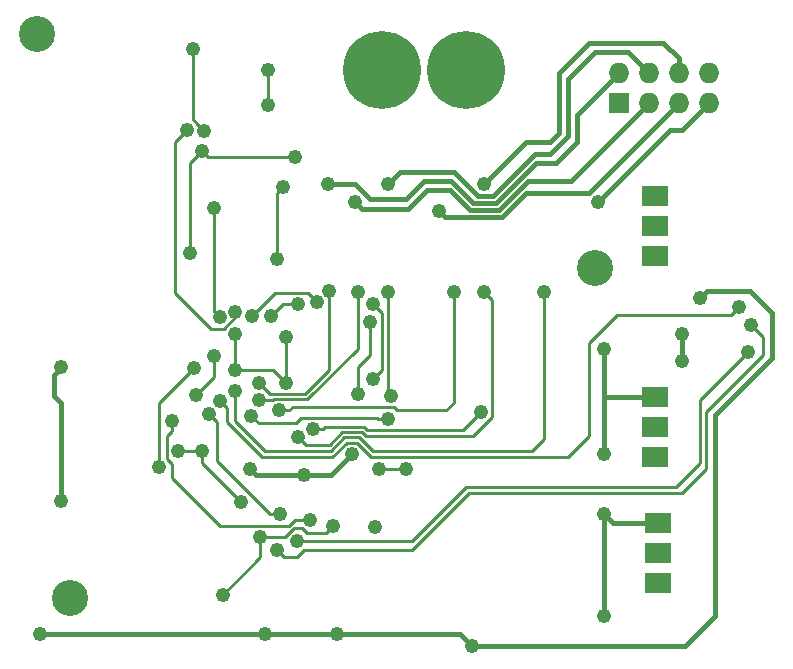
<source format=gbl>
G04 #@! TF.FileFunction,Copper,L2,Bot,Signal*
%FSLAX46Y46*%
G04 Gerber Fmt 4.6, Leading zero omitted, Abs format (unit mm)*
G04 Created by KiCad (PCBNEW 4.0.6) date 06/24/17 11:55:09*
%MOMM*%
%LPD*%
G01*
G04 APERTURE LIST*
%ADD10C,0.100000*%
%ADD11C,3.048000*%
%ADD12R,2.286000X1.778000*%
%ADD13R,1.727200X1.727200*%
%ADD14O,1.727200X1.727200*%
%ADD15C,6.604000*%
%ADD16C,1.219200*%
%ADD17C,0.254000*%
%ADD18C,0.406400*%
G04 APERTURE END LIST*
D10*
D11*
X5842000Y-50546000D03*
X50292000Y-22606000D03*
D12*
X55372000Y-21590000D03*
X55372000Y-19050000D03*
X55372000Y-16510000D03*
D13*
X52324000Y-8636000D03*
D14*
X52324000Y-6096000D03*
X54864000Y-8636000D03*
X54864000Y-6096000D03*
X57404000Y-8636000D03*
X57404000Y-6096000D03*
X59944000Y-8636000D03*
X59944000Y-6096000D03*
D15*
X39395400Y-5842000D03*
X32232600Y-5842000D03*
D12*
X55372000Y-38608000D03*
X55372000Y-36068000D03*
X55372000Y-33528000D03*
X55626000Y-49276000D03*
X55626000Y-46736000D03*
X55626000Y-44196000D03*
D11*
X3048000Y-2794000D03*
D16*
X19844875Y-31268218D03*
X24130000Y-32334190D03*
X19812000Y-28194000D03*
X24130000Y-28448000D03*
X29718000Y-38354000D03*
X21082000Y-39624000D03*
X25654000Y-40132000D03*
X25146000Y-25654000D03*
X22860000Y-26670000D03*
X57658000Y-30480000D03*
X57658000Y-28194000D03*
X22606000Y-5842000D03*
X22606000Y-8834198D03*
X28117810Y-44485560D03*
X20320000Y-42418000D03*
X18796000Y-50292000D03*
X17018000Y-38100000D03*
X14986000Y-38100000D03*
X21977021Y-45389810D03*
X23876000Y-15748000D03*
X23368000Y-21844000D03*
X3302000Y-53594000D03*
X5080000Y-42366000D03*
X5074919Y-31031181D03*
X39878000Y-54610000D03*
X28448000Y-53594000D03*
X22352000Y-53594000D03*
X59182000Y-25146000D03*
X51054000Y-38354000D03*
X51054000Y-29464000D03*
X51054000Y-52070000D03*
X51054000Y-43434000D03*
X50546000Y-17018000D03*
X37084000Y-17780000D03*
X29972000Y-17018000D03*
X40894000Y-15494000D03*
X32766000Y-15494000D03*
X27686000Y-15494000D03*
X18509643Y-26804011D03*
X18034000Y-17526000D03*
X16002000Y-21336000D03*
X17018000Y-12700000D03*
X24892000Y-13208000D03*
X19854940Y-26341807D03*
X15748000Y-10922000D03*
X45974000Y-24638000D03*
X19833247Y-33041247D03*
X27794249Y-24536557D03*
X21844000Y-32359587D03*
X30226000Y-24638000D03*
X21844000Y-33782000D03*
X32990452Y-33483549D03*
X32773094Y-35363160D03*
X32766000Y-24638000D03*
X21208543Y-35121300D03*
X38354000Y-24638000D03*
X23557889Y-34672999D03*
X25182897Y-36954832D03*
X40894000Y-24638000D03*
X26416000Y-36245810D03*
X40640000Y-34798000D03*
X25062477Y-45747208D03*
X63246000Y-29718000D03*
X23368000Y-46482000D03*
X63500000Y-27432000D03*
X16374480Y-31049453D03*
X13370584Y-39458395D03*
X18059943Y-30026304D03*
X16540483Y-33401021D03*
X17224097Y-10993391D03*
X16256000Y-4064000D03*
X62484000Y-25908000D03*
X18530297Y-33839509D03*
X17650723Y-35005912D03*
X23622000Y-43434000D03*
X14478000Y-35560000D03*
X26162000Y-43942000D03*
X31667721Y-44559592D03*
X31242000Y-27178000D03*
X30226000Y-33274000D03*
X26769258Y-25522787D03*
X21261358Y-26679246D03*
X31496000Y-25654000D03*
X31496000Y-32004000D03*
X32004000Y-39624000D03*
X34290000Y-39624000D03*
D17*
X19812000Y-31235343D02*
X19844875Y-31268218D01*
X19812000Y-28194000D02*
X19812000Y-31235343D01*
X20706979Y-31268218D02*
X19844875Y-31268218D01*
X23064028Y-31268218D02*
X20706979Y-31268218D01*
X24130000Y-32334190D02*
X23064028Y-31268218D01*
X24130000Y-28448000D02*
X24130000Y-32334190D01*
D18*
X27940000Y-40132000D02*
X29718000Y-38354000D01*
X25654000Y-40132000D02*
X27940000Y-40132000D01*
X21590000Y-40132000D02*
X21082000Y-39624000D01*
X25654000Y-40132000D02*
X21590000Y-40132000D01*
D17*
X22860000Y-26670000D02*
X23876000Y-25654000D01*
X23876000Y-25654000D02*
X25146000Y-25654000D01*
D18*
X57658000Y-28194000D02*
X57658000Y-30480000D01*
D17*
X22606000Y-8834198D02*
X22606000Y-5842000D01*
X25924253Y-45095159D02*
X27508211Y-45095159D01*
X24090782Y-45389810D02*
X24827381Y-44653211D01*
X25482305Y-44653211D02*
X25924253Y-45095159D01*
X24827381Y-44653211D02*
X25482305Y-44653211D01*
X21977021Y-45389810D02*
X24090782Y-45389810D01*
X27508211Y-45095159D02*
X28117810Y-44485560D01*
X21891739Y-45475092D02*
X21977021Y-45389810D01*
X17018000Y-38100000D02*
X17018000Y-39116000D01*
X17018000Y-39116000D02*
X20320000Y-42418000D01*
X21977021Y-45389810D02*
X21977021Y-47110979D01*
X21977021Y-47110979D02*
X18796000Y-50292000D01*
X14986000Y-38100000D02*
X16764000Y-38100000D01*
X16764000Y-38354000D02*
X17018000Y-38100000D01*
X23368000Y-21844000D02*
X23368000Y-16256000D01*
X23368000Y-16256000D02*
X23876000Y-15748000D01*
D18*
X28448000Y-53594000D02*
X38862000Y-53594000D01*
X38862000Y-53594000D02*
X39878000Y-54610000D01*
X22352000Y-53594000D02*
X28448000Y-53594000D01*
X59182000Y-25146000D02*
X59791599Y-24536401D01*
X59791599Y-24536401D02*
X63398401Y-24536401D01*
X63398401Y-24536401D02*
X65278000Y-26416000D01*
X65278000Y-30226000D02*
X60452000Y-35052000D01*
X60452000Y-52070000D02*
X57912000Y-54610000D01*
X65278000Y-26416000D02*
X65278000Y-30226000D01*
X60452000Y-35052000D02*
X60452000Y-52070000D01*
X57912000Y-54610000D02*
X39878000Y-54610000D01*
X21489896Y-53594000D02*
X3302000Y-53594000D01*
X22352000Y-53594000D02*
X21489896Y-53594000D01*
X5080000Y-34036000D02*
X5080000Y-42366000D01*
X4465320Y-33421320D02*
X5080000Y-34036000D01*
X5074919Y-31031181D02*
X4465320Y-31640780D01*
X4465320Y-31640780D02*
X4465320Y-33421320D01*
X51054000Y-29464000D02*
X51054000Y-33528000D01*
X51054000Y-33528000D02*
X51054000Y-38354000D01*
X55372000Y-33528000D02*
X53822600Y-33528000D01*
X53822600Y-33528000D02*
X51054000Y-33528000D01*
X55626000Y-44196000D02*
X51816000Y-44196000D01*
X51816000Y-44196000D02*
X51054000Y-43434000D01*
X51054000Y-43434000D02*
X51054000Y-52070000D01*
X50546000Y-17018000D02*
X56642000Y-10922000D01*
X56642000Y-10922000D02*
X57658000Y-10922000D01*
X57658000Y-10922000D02*
X59944000Y-8636000D01*
X38863486Y-18338833D02*
X37642833Y-18338833D01*
X37642833Y-18338833D02*
X37084000Y-17780000D01*
X57404000Y-8636000D02*
X49784000Y-16256000D01*
X42393207Y-18338833D02*
X38863486Y-18338833D01*
X44476040Y-16256000D02*
X42393207Y-18338833D01*
X49784000Y-16256000D02*
X44476040Y-16256000D01*
X48260000Y-15240000D02*
X54000401Y-9499599D01*
X44629924Y-15240000D02*
X48260000Y-15240000D01*
X42140699Y-17729223D02*
X44629924Y-15240000D01*
X39727103Y-17729223D02*
X42140699Y-17729223D01*
X37999880Y-16002000D02*
X39727103Y-17729223D01*
X36068000Y-16002000D02*
X37999880Y-16002000D01*
X34442401Y-17627599D02*
X36068000Y-16002000D01*
X30581599Y-17627599D02*
X34442401Y-17627599D01*
X29972000Y-17018000D02*
X30581599Y-17627599D01*
X54000401Y-9499599D02*
X54864000Y-8636000D01*
X40894000Y-15494000D02*
X44450000Y-11938000D01*
X44450000Y-11938000D02*
X46482000Y-11938000D01*
X56085314Y-3556000D02*
X57404000Y-4874686D01*
X46482000Y-11938000D02*
X47244000Y-11176000D01*
X47244000Y-11176000D02*
X47244000Y-6096000D01*
X47244000Y-6096000D02*
X49784000Y-3556000D01*
X57404000Y-4874686D02*
X57404000Y-6096000D01*
X49784000Y-3556000D02*
X56085314Y-3556000D01*
X54864000Y-6096000D02*
X53086000Y-4318000D01*
X46482000Y-12954000D02*
X45191684Y-12954000D01*
X53086000Y-4318000D02*
X50292000Y-4318000D01*
X48006000Y-11430000D02*
X46482000Y-12954000D01*
X33782000Y-14478000D02*
X32766000Y-15494000D01*
X50292000Y-4318000D02*
X48006000Y-6604000D01*
X48006000Y-6604000D02*
X48006000Y-11430000D01*
X45191684Y-12954000D02*
X41635682Y-16510002D01*
X41635682Y-16510002D02*
X40386002Y-16510002D01*
X40386002Y-16510002D02*
X38354000Y-14478000D01*
X38354000Y-14478000D02*
X33782000Y-14478000D01*
X31242000Y-16764000D02*
X29972000Y-15494000D01*
X29972000Y-15494000D02*
X27686000Y-15494000D01*
X31750000Y-16764000D02*
X31242000Y-16764000D01*
X34290000Y-16764000D02*
X31750000Y-16764000D01*
X34798000Y-16256000D02*
X34290000Y-16764000D01*
X35814000Y-15240000D02*
X34798000Y-16256000D01*
X38100000Y-15240000D02*
X35814000Y-15240000D01*
X39979612Y-17119612D02*
X38100000Y-15240000D01*
X40153808Y-17119612D02*
X39979612Y-17119612D01*
X46990000Y-13716000D02*
X45291804Y-13716000D01*
X41888191Y-17119613D02*
X40153808Y-17119612D01*
X48768000Y-9652000D02*
X48768000Y-11938000D01*
X48768000Y-11938000D02*
X46990000Y-13716000D01*
X52324000Y-6096000D02*
X48768000Y-9652000D01*
X45291804Y-13716000D02*
X41888191Y-17119613D01*
D17*
X18034000Y-26328368D02*
X18509643Y-26804011D01*
X18034000Y-17526000D02*
X18034000Y-26328368D01*
X16002000Y-21336000D02*
X16002000Y-13716000D01*
X16002000Y-13716000D02*
X17018000Y-12700000D01*
X16764000Y-12954000D02*
X17018000Y-12700000D01*
X24892000Y-13208000D02*
X17526000Y-13208000D01*
X17526000Y-13208000D02*
X17018000Y-12700000D01*
X15748000Y-10922000D02*
X14732000Y-11938000D01*
X14732000Y-11938000D02*
X14732000Y-24717684D01*
X17758129Y-27743813D02*
X18915538Y-27743813D01*
X14732000Y-24717684D02*
X17758129Y-27743813D01*
X18915538Y-27743813D02*
X19854940Y-26804411D01*
X19854940Y-26804411D02*
X19854940Y-26341807D01*
X27934499Y-38100000D02*
X29077512Y-36956987D01*
X19833247Y-33903351D02*
X19812000Y-33924598D01*
X19812000Y-35560000D02*
X22352000Y-38100000D01*
X22352000Y-38100000D02*
X27934499Y-38100000D01*
X45974000Y-25500104D02*
X45974000Y-24638000D01*
X45974000Y-37084000D02*
X45974000Y-25500104D01*
X31501501Y-38100000D02*
X44958000Y-38100000D01*
X30358488Y-36956987D02*
X31501501Y-38100000D01*
X19812000Y-33924598D02*
X19812000Y-35560000D01*
X44958000Y-38100000D02*
X45974000Y-37084000D01*
X29077512Y-36956987D02*
X30358488Y-36956987D01*
X19833247Y-33041247D02*
X19833247Y-33903351D01*
X21844000Y-32359587D02*
X22758413Y-33274000D01*
X22758413Y-33274000D02*
X25769408Y-33274000D01*
X25769408Y-33274000D02*
X27794249Y-31249159D01*
X27794249Y-31249159D02*
X27794249Y-25398661D01*
X27794249Y-25398661D02*
X27794249Y-24536557D01*
X25956811Y-33733189D02*
X30226000Y-29464000D01*
X30226000Y-29464000D02*
X30226000Y-24638000D01*
X23099970Y-33733189D02*
X25956811Y-33733189D01*
X21844000Y-33782000D02*
X23051159Y-33782000D01*
X23051159Y-33782000D02*
X23099970Y-33733189D01*
X21818142Y-35730899D02*
X24975101Y-35730899D01*
X31910990Y-35363160D02*
X32773094Y-35363160D01*
X31853830Y-35306000D02*
X31910990Y-35363160D01*
X25400000Y-35306000D02*
X31853830Y-35306000D01*
X21208543Y-35121300D02*
X21818142Y-35730899D01*
X32766000Y-24638000D02*
X32766000Y-33259097D01*
X32766000Y-33259097D02*
X32990452Y-33483549D01*
X24975101Y-35730899D02*
X25400000Y-35306000D01*
X23557889Y-34672999D02*
X24419993Y-34672999D01*
X24726794Y-34366198D02*
X32482195Y-34366198D01*
X32482195Y-34366198D02*
X32539347Y-34423350D01*
X38354000Y-34036000D02*
X38354000Y-25500104D01*
X37717001Y-34672999D02*
X38354000Y-34036000D01*
X33523907Y-34672999D02*
X37717001Y-34672999D01*
X24419993Y-34672999D02*
X24726794Y-34366198D01*
X32539347Y-34423350D02*
X33274258Y-34423350D01*
X38354000Y-25500104D02*
X38354000Y-24638000D01*
X33274258Y-34423350D02*
X33523907Y-34672999D01*
X41579802Y-25323802D02*
X41579802Y-35249106D01*
X25792496Y-37564431D02*
X25182897Y-36954832D01*
X27823475Y-37564431D02*
X25792496Y-37564431D01*
X28888130Y-36499776D02*
X27823475Y-37564431D01*
X30547870Y-36499776D02*
X28888130Y-36499776D01*
X41579802Y-35249106D02*
X39998908Y-36830000D01*
X40894000Y-24638000D02*
X41579802Y-25323802D01*
X30878093Y-36830000D02*
X30547870Y-36499776D01*
X39998908Y-36830000D02*
X30878093Y-36830000D01*
X27278104Y-36245810D02*
X26416000Y-36245810D01*
X27481349Y-36042565D02*
X27278104Y-36245810D01*
X30737252Y-36042565D02*
X27481349Y-36042565D01*
X30997648Y-36302961D02*
X30737252Y-36042565D01*
X39135039Y-36302961D02*
X30997648Y-36302961D01*
X40640000Y-34798000D02*
X39135039Y-36302961D01*
X34770792Y-45747208D02*
X25924581Y-45747208D01*
X25924581Y-45747208D02*
X25062477Y-45747208D01*
X59182000Y-33782000D02*
X59182000Y-39116000D01*
X59182000Y-39116000D02*
X57150000Y-41148000D01*
X57150000Y-41148000D02*
X39370000Y-41148000D01*
X39370000Y-41148000D02*
X34770792Y-45747208D01*
X63246000Y-29718000D02*
X59182000Y-33782000D01*
X64516000Y-28448000D02*
X64516000Y-29972000D01*
X63500000Y-27432000D02*
X64516000Y-28448000D01*
X64516000Y-29972000D02*
X59690000Y-34798000D01*
X59690000Y-34798000D02*
X59690000Y-39624000D01*
X59690000Y-39624000D02*
X57658000Y-41656000D01*
X57658000Y-41656000D02*
X39624000Y-41656000D01*
X39624000Y-41656000D02*
X34798000Y-46482000D01*
X34798000Y-46482000D02*
X25671431Y-46482000D01*
X25671431Y-46482000D02*
X25061832Y-47091599D01*
X25061832Y-47091599D02*
X23977599Y-47091599D01*
X23977599Y-47091599D02*
X23368000Y-46482000D01*
X13370584Y-34053349D02*
X15764881Y-31659052D01*
X15764881Y-31659052D02*
X16374480Y-31049453D01*
X13370584Y-39458395D02*
X13370584Y-34053349D01*
X17150082Y-32791422D02*
X16540483Y-33401021D01*
X18059943Y-31881561D02*
X17150082Y-32791422D01*
X18059943Y-30026304D02*
X18059943Y-31881561D01*
X16614498Y-10383792D02*
X17224097Y-10993391D01*
X16256000Y-10025294D02*
X16614498Y-10383792D01*
X16256000Y-4064000D02*
X16256000Y-10025294D01*
X52170104Y-26569896D02*
X61822104Y-26569896D01*
X48006000Y-38608000D02*
X49784000Y-36830000D01*
X31362908Y-38608000D02*
X48006000Y-38608000D01*
X61822104Y-26569896D02*
X61874401Y-26517599D01*
X61874401Y-26517599D02*
X62484000Y-25908000D01*
X49784000Y-28956000D02*
X52170104Y-26569896D01*
X49784000Y-36830000D02*
X49784000Y-28956000D01*
X30169106Y-37414198D02*
X31362908Y-38608000D01*
X29266894Y-37414198D02*
X30169106Y-37414198D01*
X28073092Y-38608000D02*
X29266894Y-37414198D01*
X22098000Y-38608000D02*
X28073092Y-38608000D01*
X19139896Y-35649896D02*
X22098000Y-38608000D01*
X19139896Y-34449108D02*
X19139896Y-35649896D01*
X18530297Y-33839509D02*
X19139896Y-34449108D01*
X18260322Y-35615511D02*
X17650723Y-35005912D01*
X18260322Y-38934426D02*
X18260322Y-35615511D01*
X22759896Y-43434000D02*
X18260322Y-38934426D01*
X23622000Y-43434000D02*
X22759896Y-43434000D01*
X14478000Y-39236906D02*
X14046199Y-38805105D01*
X14046199Y-38805105D02*
X14046199Y-36853905D01*
X24384000Y-44450000D02*
X18542000Y-44450000D01*
X18542000Y-44450000D02*
X14478000Y-40386000D01*
X14478000Y-40386000D02*
X14478000Y-39236906D01*
X14046199Y-36853905D02*
X14478000Y-36422104D01*
X14478000Y-36422104D02*
X14478000Y-35560000D01*
X24892000Y-43942000D02*
X24384000Y-44450000D01*
X26162000Y-43942000D02*
X24892000Y-43942000D01*
X30226000Y-30988000D02*
X31242000Y-29972000D01*
X31242000Y-29972000D02*
X31242000Y-27178000D01*
X30226000Y-33274000D02*
X30226000Y-30988000D01*
X26159659Y-24913188D02*
X26769258Y-25522787D01*
X25960669Y-24714198D02*
X26159659Y-24913188D01*
X21261358Y-26679246D02*
X23226406Y-24714198D01*
X23226406Y-24714198D02*
X25960669Y-24714198D01*
X32258000Y-31242000D02*
X32258000Y-26416000D01*
X32258000Y-26416000D02*
X31496000Y-25654000D01*
X32105599Y-31394401D02*
X32258000Y-31242000D01*
X31496000Y-32004000D02*
X32105599Y-31394401D01*
X34290000Y-39624000D02*
X32004000Y-39624000D01*
M02*

</source>
